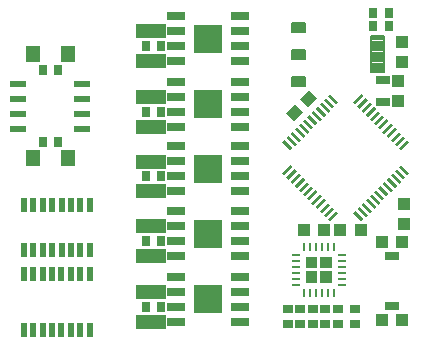
<source format=gbr>
G04 EAGLE Gerber RS-274X export*
G75*
%MOMM*%
%FSLAX34Y34*%
%LPD*%
%INSolderpaste Top*%
%IPPOS*%
%AMOC8*
5,1,8,0,0,1.08239X$1,22.5*%
G01*
%ADD10R,0.900000X0.700000*%
%ADD11R,0.700000X0.900000*%
%ADD12R,0.260000X0.790000*%
%ADD13R,0.790000X0.260000*%
%ADD14R,0.254000X1.000000*%
%ADD15R,1.000000X0.254000*%
%ADD16R,1.400000X0.600000*%
%ADD17R,1.525000X0.650000*%
%ADD18R,2.390000X2.390000*%
%ADD19R,2.540000X1.270000*%
%ADD20R,1.200000X1.400000*%
%ADD21R,0.483600X1.211800*%
%ADD22R,1.270000X0.635000*%
%ADD23R,1.100000X1.000000*%
%ADD24R,1.000000X1.100000*%
%ADD25C,0.139500*%
%ADD26C,0.196500*%
%ADD27R,1.200000X0.800000*%

G36*
X285177Y72207D02*
X285177Y72207D01*
X285172Y72214D01*
X285179Y72220D01*
X285179Y81520D01*
X285143Y81567D01*
X285136Y81562D01*
X285130Y81569D01*
X275330Y81569D01*
X275283Y81533D01*
X275288Y81526D01*
X275281Y81520D01*
X275281Y72220D01*
X275317Y72173D01*
X275324Y72178D01*
X275330Y72171D01*
X285130Y72171D01*
X285177Y72207D01*
G37*
G36*
X297617Y72207D02*
X297617Y72207D01*
X297612Y72214D01*
X297619Y72220D01*
X297619Y81520D01*
X297583Y81567D01*
X297576Y81562D01*
X297570Y81569D01*
X287770Y81569D01*
X287723Y81533D01*
X287728Y81526D01*
X287721Y81520D01*
X287721Y72220D01*
X287757Y72173D01*
X287764Y72178D01*
X287770Y72171D01*
X297570Y72171D01*
X297617Y72207D01*
G37*
G36*
X285177Y60267D02*
X285177Y60267D01*
X285172Y60274D01*
X285179Y60280D01*
X285179Y69580D01*
X285143Y69627D01*
X285136Y69622D01*
X285130Y69629D01*
X275330Y69629D01*
X275283Y69593D01*
X275288Y69586D01*
X275281Y69580D01*
X275281Y60280D01*
X275317Y60233D01*
X275324Y60238D01*
X275330Y60231D01*
X285130Y60231D01*
X285177Y60267D01*
G37*
G36*
X297617Y60267D02*
X297617Y60267D01*
X297612Y60274D01*
X297619Y60280D01*
X297619Y69580D01*
X297583Y69627D01*
X297576Y69622D01*
X297570Y69629D01*
X287770Y69629D01*
X287723Y69593D01*
X287728Y69586D01*
X287721Y69580D01*
X287721Y60280D01*
X287757Y60233D01*
X287764Y60238D01*
X287770Y60231D01*
X297570Y60231D01*
X297617Y60267D01*
G37*
D10*
X291782Y25218D03*
X291782Y38218D03*
X316650Y25218D03*
X316650Y38218D03*
X302350Y25218D03*
X302350Y38218D03*
D11*
X345502Y288057D03*
X332502Y288057D03*
D10*
X281250Y38218D03*
X281250Y25218D03*
D11*
X345456Y277475D03*
X332456Y277475D03*
D10*
X260050Y38118D03*
X260050Y25118D03*
X270650Y38218D03*
X270650Y25218D03*
D12*
X273950Y51200D03*
X278950Y51200D03*
X283950Y51200D03*
X288950Y51200D03*
X293950Y51200D03*
X298950Y51200D03*
D13*
X306150Y58400D03*
X306150Y63400D03*
X306150Y68400D03*
X306150Y73400D03*
X306150Y78400D03*
X306150Y83400D03*
D12*
X298950Y90600D03*
X293950Y90600D03*
X288950Y90600D03*
X283950Y90600D03*
X278950Y90600D03*
X273950Y90600D03*
D13*
X266750Y83400D03*
X266750Y78400D03*
X266750Y73400D03*
X266750Y68400D03*
X266750Y63400D03*
X266750Y58400D03*
D14*
G36*
X324194Y113865D02*
X322398Y112069D01*
X315328Y119139D01*
X317124Y120935D01*
X324194Y113865D01*
G37*
G36*
X327729Y117401D02*
X325933Y115605D01*
X318863Y122675D01*
X320659Y124471D01*
X327729Y117401D01*
G37*
G36*
X331265Y120936D02*
X329469Y119140D01*
X322399Y126210D01*
X324195Y128006D01*
X331265Y120936D01*
G37*
G36*
X334800Y124472D02*
X333004Y122676D01*
X325934Y129746D01*
X327730Y131542D01*
X334800Y124472D01*
G37*
G36*
X338336Y128007D02*
X336540Y126211D01*
X329470Y133281D01*
X331266Y135077D01*
X338336Y128007D01*
G37*
G36*
X341871Y131543D02*
X340075Y129747D01*
X333005Y136817D01*
X334801Y138613D01*
X341871Y131543D01*
G37*
G36*
X345407Y135078D02*
X343611Y133282D01*
X336541Y140352D01*
X338337Y142148D01*
X345407Y135078D01*
G37*
G36*
X348942Y138614D02*
X347146Y136818D01*
X340076Y143888D01*
X341872Y145684D01*
X348942Y138614D01*
G37*
G36*
X352478Y142149D02*
X350682Y140353D01*
X343612Y147423D01*
X345408Y149219D01*
X352478Y142149D01*
G37*
G36*
X356013Y145685D02*
X354217Y143889D01*
X347147Y150959D01*
X348943Y152755D01*
X356013Y145685D01*
G37*
G36*
X359549Y149220D02*
X357753Y147424D01*
X350683Y154494D01*
X352479Y156290D01*
X359549Y149220D01*
G37*
G36*
X363084Y152756D02*
X361288Y150960D01*
X354218Y158030D01*
X356014Y159826D01*
X363084Y152756D01*
G37*
D15*
G36*
X363084Y179243D02*
X356014Y172173D01*
X354218Y173969D01*
X361288Y181039D01*
X363084Y179243D01*
G37*
G36*
X359549Y182779D02*
X352479Y175709D01*
X350683Y177505D01*
X357753Y184575D01*
X359549Y182779D01*
G37*
G36*
X356013Y186314D02*
X348943Y179244D01*
X347147Y181040D01*
X354217Y188110D01*
X356013Y186314D01*
G37*
G36*
X352478Y189850D02*
X345408Y182780D01*
X343612Y184576D01*
X350682Y191646D01*
X352478Y189850D01*
G37*
G36*
X348942Y193385D02*
X341872Y186315D01*
X340076Y188111D01*
X347146Y195181D01*
X348942Y193385D01*
G37*
G36*
X345407Y196921D02*
X338337Y189851D01*
X336541Y191647D01*
X343611Y198717D01*
X345407Y196921D01*
G37*
G36*
X341871Y200456D02*
X334801Y193386D01*
X333005Y195182D01*
X340075Y202252D01*
X341871Y200456D01*
G37*
G36*
X338336Y203992D02*
X331266Y196922D01*
X329470Y198718D01*
X336540Y205788D01*
X338336Y203992D01*
G37*
G36*
X334800Y207527D02*
X327730Y200457D01*
X325934Y202253D01*
X333004Y209323D01*
X334800Y207527D01*
G37*
G36*
X331265Y211063D02*
X324195Y203993D01*
X322399Y205789D01*
X329469Y212859D01*
X331265Y211063D01*
G37*
G36*
X327729Y214599D02*
X320659Y207529D01*
X318863Y209325D01*
X325933Y216395D01*
X327729Y214599D01*
G37*
G36*
X324194Y218134D02*
X317124Y211064D01*
X315328Y212860D01*
X322398Y219930D01*
X324194Y218134D01*
G37*
D14*
G36*
X302980Y212860D02*
X301184Y211064D01*
X294114Y218134D01*
X295910Y219930D01*
X302980Y212860D01*
G37*
G36*
X299445Y209325D02*
X297649Y207529D01*
X290579Y214599D01*
X292375Y216395D01*
X299445Y209325D01*
G37*
G36*
X295909Y205789D02*
X294113Y203993D01*
X287043Y211063D01*
X288839Y212859D01*
X295909Y205789D01*
G37*
G36*
X292374Y202253D02*
X290578Y200457D01*
X283508Y207527D01*
X285304Y209323D01*
X292374Y202253D01*
G37*
G36*
X288838Y198718D02*
X287042Y196922D01*
X279972Y203992D01*
X281768Y205788D01*
X288838Y198718D01*
G37*
G36*
X285303Y195182D02*
X283507Y193386D01*
X276437Y200456D01*
X278233Y202252D01*
X285303Y195182D01*
G37*
G36*
X281767Y191647D02*
X279971Y189851D01*
X272901Y196921D01*
X274697Y198717D01*
X281767Y191647D01*
G37*
G36*
X278232Y188111D02*
X276436Y186315D01*
X269366Y193385D01*
X271162Y195181D01*
X278232Y188111D01*
G37*
G36*
X274696Y184576D02*
X272900Y182780D01*
X265830Y189850D01*
X267626Y191646D01*
X274696Y184576D01*
G37*
G36*
X271161Y181040D02*
X269365Y179244D01*
X262295Y186314D01*
X264091Y188110D01*
X271161Y181040D01*
G37*
G36*
X267625Y177505D02*
X265829Y175709D01*
X258759Y182779D01*
X260555Y184575D01*
X267625Y177505D01*
G37*
G36*
X264089Y173969D02*
X262293Y172173D01*
X255223Y179243D01*
X257019Y181039D01*
X264089Y173969D01*
G37*
D15*
G36*
X264089Y158030D02*
X257019Y150960D01*
X255223Y152756D01*
X262293Y159826D01*
X264089Y158030D01*
G37*
G36*
X267625Y154494D02*
X260555Y147424D01*
X258759Y149220D01*
X265829Y156290D01*
X267625Y154494D01*
G37*
G36*
X271161Y150959D02*
X264091Y143889D01*
X262295Y145685D01*
X269365Y152755D01*
X271161Y150959D01*
G37*
G36*
X274696Y147423D02*
X267626Y140353D01*
X265830Y142149D01*
X272900Y149219D01*
X274696Y147423D01*
G37*
G36*
X278232Y143888D02*
X271162Y136818D01*
X269366Y138614D01*
X276436Y145684D01*
X278232Y143888D01*
G37*
G36*
X281767Y140352D02*
X274697Y133282D01*
X272901Y135078D01*
X279971Y142148D01*
X281767Y140352D01*
G37*
G36*
X285303Y136817D02*
X278233Y129747D01*
X276437Y131543D01*
X283507Y138613D01*
X285303Y136817D01*
G37*
G36*
X288838Y133281D02*
X281768Y126211D01*
X279972Y128007D01*
X287042Y135077D01*
X288838Y133281D01*
G37*
G36*
X292374Y129746D02*
X285304Y122676D01*
X283508Y124472D01*
X290578Y131542D01*
X292374Y129746D01*
G37*
G36*
X295909Y126210D02*
X288839Y119140D01*
X287043Y120936D01*
X294113Y128006D01*
X295909Y126210D01*
G37*
G36*
X299445Y122675D02*
X292375Y115605D01*
X290579Y117401D01*
X297649Y124471D01*
X299445Y122675D01*
G37*
G36*
X302980Y119139D02*
X295910Y112069D01*
X294114Y113865D01*
X301184Y120935D01*
X302980Y119139D01*
G37*
D16*
X32000Y228650D03*
X32000Y215950D03*
X32000Y203250D03*
X32000Y190550D03*
X86000Y190550D03*
X86000Y203250D03*
X86000Y215950D03*
X86000Y228650D03*
D17*
X220020Y247620D03*
X220020Y260320D03*
X220020Y273020D03*
X220020Y285720D03*
X165780Y285720D03*
X165780Y273020D03*
X165780Y260320D03*
X165780Y247620D03*
D18*
X192900Y266670D03*
D17*
X220020Y192150D03*
X220020Y204850D03*
X220020Y217550D03*
X220020Y230250D03*
X165780Y230250D03*
X165780Y217550D03*
X165780Y204850D03*
X165780Y192150D03*
D18*
X192900Y211200D03*
D17*
X220020Y82450D03*
X220020Y95150D03*
X220020Y107850D03*
X220020Y120550D03*
X165780Y120550D03*
X165780Y107850D03*
X165780Y95150D03*
X165780Y82450D03*
D18*
X192900Y101500D03*
D17*
X220020Y27100D03*
X220020Y39800D03*
X220020Y52500D03*
X220020Y65200D03*
X165780Y65200D03*
X165780Y52500D03*
X165780Y39800D03*
X165780Y27100D03*
D18*
X192900Y46150D03*
D17*
X220020Y137420D03*
X220020Y150120D03*
X220020Y162820D03*
X220020Y175520D03*
X165780Y175520D03*
X165780Y162820D03*
X165780Y150120D03*
X165780Y137420D03*
D18*
X192900Y156470D03*
D19*
X143900Y82700D03*
X143900Y107910D03*
X143900Y27200D03*
X143900Y137630D03*
X143900Y162580D03*
X143900Y52200D03*
X143900Y247490D03*
X143900Y273200D03*
X143900Y192060D03*
X143900Y217770D03*
D11*
X139900Y260200D03*
X152900Y260200D03*
X139900Y204700D03*
X152900Y204700D03*
X139900Y39700D03*
X152900Y39700D03*
X139900Y95200D03*
X152900Y95200D03*
X139900Y150200D03*
X152900Y150200D03*
D20*
X44000Y253500D03*
X74000Y253500D03*
D11*
X52500Y240200D03*
X65500Y240200D03*
D20*
X44000Y165700D03*
X74000Y165700D03*
D11*
X52500Y179000D03*
X65500Y179000D03*
D21*
X36500Y125700D03*
X44500Y125700D03*
X52500Y125700D03*
X60500Y125700D03*
X68500Y125700D03*
X76500Y125700D03*
X84500Y125700D03*
X92500Y125700D03*
X92500Y87500D03*
X84500Y87500D03*
X76500Y87500D03*
X68500Y87500D03*
X60500Y87500D03*
X52500Y87500D03*
X44500Y87500D03*
X36500Y87500D03*
X36400Y20400D03*
X44400Y20400D03*
X52400Y20400D03*
X60400Y20400D03*
X68400Y20400D03*
X76400Y20400D03*
X84400Y20400D03*
X92400Y20400D03*
X92400Y67400D03*
X84400Y67400D03*
X76400Y67400D03*
X68400Y67400D03*
X60400Y67400D03*
X52400Y67400D03*
X44400Y67400D03*
X36400Y67400D03*
D22*
X348342Y40625D03*
X348342Y82625D03*
D23*
X340011Y28369D03*
X357011Y28369D03*
X339711Y94959D03*
X356711Y94959D03*
D24*
X358751Y109983D03*
X358751Y126983D03*
D25*
X263257Y272318D02*
X263257Y280224D01*
X274963Y280224D01*
X274963Y272318D01*
X263257Y272318D01*
X263257Y273643D02*
X274963Y273643D01*
X274963Y274968D02*
X263257Y274968D01*
X263257Y276293D02*
X274963Y276293D01*
X274963Y277618D02*
X263257Y277618D01*
X263257Y278943D02*
X274963Y278943D01*
X263257Y257324D02*
X263257Y249418D01*
X263257Y257324D02*
X274963Y257324D01*
X274963Y249418D01*
X263257Y249418D01*
X263257Y250743D02*
X274963Y250743D01*
X274963Y252068D02*
X263257Y252068D01*
X263257Y253393D02*
X274963Y253393D01*
X274963Y254718D02*
X263257Y254718D01*
X263257Y256043D02*
X274963Y256043D01*
X263257Y234424D02*
X263257Y226518D01*
X263257Y234424D02*
X274963Y234424D01*
X274963Y226518D01*
X263257Y226518D01*
X263257Y227843D02*
X274963Y227843D01*
X274963Y229168D02*
X263257Y229168D01*
X263257Y230493D02*
X274963Y230493D01*
X274963Y231818D02*
X263257Y231818D01*
X263257Y233143D02*
X274963Y233143D01*
D26*
X330442Y238153D02*
X330442Y268589D01*
X341578Y268589D01*
X341578Y238153D01*
X330442Y238153D01*
X330442Y240020D02*
X341578Y240020D01*
X341578Y241887D02*
X330442Y241887D01*
X330442Y243754D02*
X341578Y243754D01*
X341578Y245621D02*
X330442Y245621D01*
X330442Y247488D02*
X341578Y247488D01*
X341578Y249355D02*
X330442Y249355D01*
X330442Y251222D02*
X341578Y251222D01*
X341578Y253089D02*
X330442Y253089D01*
X330442Y254956D02*
X341578Y254956D01*
X341578Y256823D02*
X330442Y256823D01*
X330442Y258690D02*
X341578Y258690D01*
X341578Y260557D02*
X330442Y260557D01*
X330442Y262424D02*
X341578Y262424D01*
X341578Y264291D02*
X330442Y264291D01*
X330442Y266158D02*
X341578Y266158D01*
X341578Y268025D02*
X330442Y268025D01*
D27*
X340996Y213525D03*
X340996Y231525D03*
D23*
G36*
X273154Y204455D02*
X265377Y196678D01*
X258306Y203749D01*
X266083Y211526D01*
X273154Y204455D01*
G37*
G36*
X285175Y216476D02*
X277398Y208699D01*
X270327Y215770D01*
X278104Y223547D01*
X285175Y216476D01*
G37*
X273483Y104771D03*
X290483Y104771D03*
X304691Y104871D03*
X321691Y104871D03*
D24*
X356571Y264001D03*
X356571Y247001D03*
X353671Y231293D03*
X353671Y214293D03*
M02*

</source>
